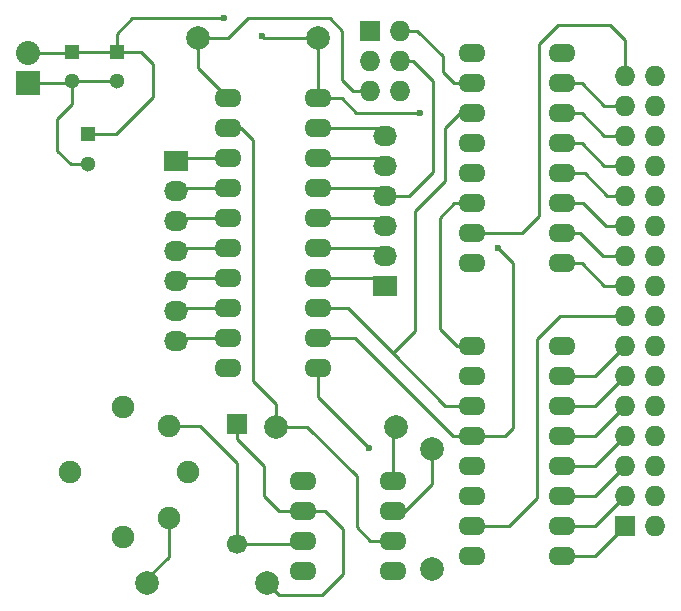
<source format=gtl>
G04 #@! TF.FileFunction,Copper,L1,Top,Signal*
%FSLAX46Y46*%
G04 Gerber Fmt 4.6, Leading zero omitted, Abs format (unit mm)*
G04 Created by KiCad (PCBNEW 4.0.1-stable) date Monday, January 11, 2016 'pmt' 06:27:43 pm*
%MOMM*%
G01*
G04 APERTURE LIST*
%ADD10C,0.100000*%
%ADD11R,1.300000X1.300000*%
%ADD12C,1.300000*%
%ADD13C,1.699260*%
%ADD14R,1.699260X1.699260*%
%ADD15O,2.300000X1.600000*%
%ADD16C,1.900000*%
%ADD17R,1.727200X1.727200*%
%ADD18O,1.727200X1.727200*%
%ADD19R,2.032000X1.727200*%
%ADD20O,2.032000X1.727200*%
%ADD21R,2.032000X2.032000*%
%ADD22O,2.032000X2.032000*%
%ADD23C,1.998980*%
%ADD24C,0.600000*%
%ADD25C,0.250000*%
G04 APERTURE END LIST*
D10*
D11*
X36322000Y-36068000D03*
D12*
X36322000Y-38568000D03*
D11*
X32512000Y-36068000D03*
D12*
X32512000Y-38568000D03*
D13*
X46484540Y-77724520D03*
D14*
X46484540Y-67564520D03*
D15*
X45720000Y-40005000D03*
X45720000Y-42545000D03*
X45720000Y-45085000D03*
X45720000Y-47625000D03*
X45720000Y-50165000D03*
X45720000Y-52705000D03*
X45720000Y-55245000D03*
X45720000Y-57785000D03*
X45720000Y-60325000D03*
X45720000Y-62865000D03*
X53340000Y-62865000D03*
X53340000Y-60325000D03*
X53340000Y-57785000D03*
X53340000Y-55245000D03*
X53340000Y-52705000D03*
X53340000Y-50165000D03*
X53340000Y-47625000D03*
X53340000Y-45085000D03*
X53340000Y-42545000D03*
X53340000Y-40005000D03*
D16*
X42330000Y-71628000D03*
X40719087Y-67738913D03*
X40719087Y-75517087D03*
X36830000Y-66128000D03*
X32330000Y-71628000D03*
X36830000Y-77128000D03*
D17*
X57785000Y-34290000D03*
D18*
X60325000Y-34290000D03*
X57785000Y-36830000D03*
X60325000Y-36830000D03*
X57785000Y-39370000D03*
X60325000Y-39370000D03*
D19*
X41338500Y-45275500D03*
D20*
X41338500Y-47815500D03*
X41338500Y-50355500D03*
X41338500Y-52895500D03*
X41338500Y-55435500D03*
X41338500Y-57975500D03*
X41338500Y-60515500D03*
D19*
X59055000Y-55880000D03*
D20*
X59055000Y-53340000D03*
X59055000Y-50800000D03*
X59055000Y-48260000D03*
X59055000Y-45720000D03*
X59055000Y-43180000D03*
D21*
X28829000Y-38735000D03*
D22*
X28829000Y-36195000D03*
D17*
X79375000Y-76200000D03*
D18*
X81915000Y-76200000D03*
X79375000Y-73660000D03*
X81915000Y-73660000D03*
X79375000Y-71120000D03*
X81915000Y-71120000D03*
X79375000Y-68580000D03*
X81915000Y-68580000D03*
X79375000Y-66040000D03*
X81915000Y-66040000D03*
X79375000Y-63500000D03*
X81915000Y-63500000D03*
X79375000Y-60960000D03*
X81915000Y-60960000D03*
X79375000Y-58420000D03*
X81915000Y-58420000D03*
X79375000Y-55880000D03*
X81915000Y-55880000D03*
X79375000Y-53340000D03*
X81915000Y-53340000D03*
X79375000Y-50800000D03*
X81915000Y-50800000D03*
X79375000Y-48260000D03*
X81915000Y-48260000D03*
X79375000Y-45720000D03*
X81915000Y-45720000D03*
X79375000Y-43180000D03*
X81915000Y-43180000D03*
X79375000Y-40640000D03*
X81915000Y-40640000D03*
X79375000Y-38100000D03*
X81915000Y-38100000D03*
D23*
X53340000Y-34925000D03*
X43180000Y-34925000D03*
X49022000Y-81026000D03*
X38862000Y-81026000D03*
X62992000Y-69659500D03*
X62992000Y-79819500D03*
X59944000Y-67818000D03*
X49784000Y-67818000D03*
D15*
X52070000Y-72390000D03*
X52070000Y-74930000D03*
X52070000Y-77470000D03*
X52070000Y-80010000D03*
X59690000Y-80010000D03*
X59690000Y-77470000D03*
X59690000Y-74930000D03*
X59690000Y-72390000D03*
X74041000Y-78740000D03*
X74041000Y-76200000D03*
X74041000Y-73660000D03*
X74041000Y-71120000D03*
X74041000Y-68580000D03*
X74041000Y-66040000D03*
X74041000Y-63500000D03*
X74041000Y-60960000D03*
X66421000Y-60960000D03*
X66421000Y-63500000D03*
X66421000Y-66040000D03*
X66421000Y-68580000D03*
X66421000Y-71120000D03*
X66421000Y-73660000D03*
X66421000Y-76200000D03*
X66421000Y-78740000D03*
X74041000Y-53975000D03*
X74041000Y-51435000D03*
X74041000Y-48895000D03*
X74041000Y-46355000D03*
X74041000Y-43815000D03*
X74041000Y-41275000D03*
X74041000Y-38735000D03*
X74041000Y-36195000D03*
X66421000Y-36195000D03*
X66421000Y-38735000D03*
X66421000Y-41275000D03*
X66421000Y-43815000D03*
X66421000Y-46355000D03*
X66421000Y-48895000D03*
X66421000Y-51435000D03*
X66421000Y-53975000D03*
D11*
X33909000Y-43053000D03*
D12*
X33909000Y-45553000D03*
D24*
X61976000Y-41211500D03*
X48641000Y-34734500D03*
X45402500Y-33210500D03*
X57658000Y-69596000D03*
X68580000Y-52705000D03*
D25*
X53340000Y-40005000D02*
X55372000Y-40005000D01*
X56578500Y-41211500D02*
X61976000Y-41211500D01*
X55372000Y-40005000D02*
X56578500Y-41211500D01*
X36322000Y-36068000D02*
X36322000Y-34544000D01*
X48831500Y-34925000D02*
X53340000Y-34925000D01*
X48641000Y-34734500D02*
X48831500Y-34925000D01*
X37655500Y-33210500D02*
X45402500Y-33210500D01*
X36322000Y-34544000D02*
X37655500Y-33210500D01*
X60325000Y-34290000D02*
X61785500Y-34290000D01*
X64897000Y-38735000D02*
X66421000Y-38735000D01*
X63944500Y-37782500D02*
X64897000Y-38735000D01*
X63944500Y-36449000D02*
X63944500Y-37782500D01*
X61785500Y-34290000D02*
X63944500Y-36449000D01*
X33909000Y-43053000D02*
X36258500Y-43053000D01*
X38417500Y-36068000D02*
X36322000Y-36068000D01*
X39433500Y-37084000D02*
X38417500Y-36068000D01*
X39433500Y-39878000D02*
X39433500Y-37084000D01*
X36258500Y-43053000D02*
X39433500Y-39878000D01*
X32512000Y-36068000D02*
X36322000Y-36068000D01*
X28829000Y-36195000D02*
X32385000Y-36195000D01*
X32385000Y-36195000D02*
X32512000Y-36068000D01*
X53340000Y-34925000D02*
X53340000Y-40005000D01*
X59690000Y-72390000D02*
X59690000Y-68072000D01*
X59690000Y-68072000D02*
X59944000Y-67818000D01*
X32512000Y-38568000D02*
X32512000Y-40513000D01*
X32408500Y-45553000D02*
X33909000Y-45553000D01*
X31305500Y-44450000D02*
X32408500Y-45553000D01*
X31305500Y-41719500D02*
X31305500Y-44450000D01*
X32512000Y-40513000D02*
X31305500Y-41719500D01*
X32512000Y-38568000D02*
X36322000Y-38568000D01*
X28829000Y-38735000D02*
X32345000Y-38735000D01*
X32345000Y-38735000D02*
X32512000Y-38568000D01*
X46484540Y-77724520D02*
X51815480Y-77724520D01*
X51815480Y-77724520D02*
X52070000Y-77470000D01*
X46484540Y-70868540D02*
X46484540Y-77724520D01*
X40719087Y-67738913D02*
X43354913Y-67738913D01*
X43354913Y-67738913D02*
X46484540Y-70868540D01*
X46484540Y-67564520D02*
X46484540Y-68836540D01*
X50038000Y-74930000D02*
X52070000Y-74930000D01*
X48768000Y-73660000D02*
X50038000Y-74930000D01*
X48768000Y-71120000D02*
X48768000Y-73660000D01*
X46484540Y-68836540D02*
X48768000Y-71120000D01*
X49022000Y-81026000D02*
X50038000Y-82042000D01*
X53975000Y-74930000D02*
X52070000Y-74930000D01*
X55499000Y-76454000D02*
X53975000Y-74930000D01*
X55499000Y-80264000D02*
X55499000Y-76454000D01*
X53721000Y-82042000D02*
X55499000Y-80264000D01*
X50038000Y-82042000D02*
X53721000Y-82042000D01*
X43180000Y-34925000D02*
X45720000Y-34925000D01*
X56324500Y-39370000D02*
X57785000Y-39370000D01*
X55435500Y-38481000D02*
X56324500Y-39370000D01*
X55435500Y-34290000D02*
X55435500Y-38481000D01*
X54356000Y-33210500D02*
X55435500Y-34290000D01*
X47434500Y-33210500D02*
X54356000Y-33210500D01*
X45720000Y-34925000D02*
X47434500Y-33210500D01*
X43180000Y-34925000D02*
X43180000Y-37465000D01*
X43180000Y-37465000D02*
X45720000Y-40005000D01*
X45720000Y-42545000D02*
X46863000Y-42545000D01*
X46863000Y-42545000D02*
X47879000Y-43561000D01*
X47879000Y-43561000D02*
X47879000Y-63944500D01*
X47879000Y-63944500D02*
X49784000Y-65849500D01*
X49784000Y-65849500D02*
X49784000Y-67818000D01*
X49784000Y-67818000D02*
X52451000Y-67818000D01*
X57785000Y-77470000D02*
X59690000Y-77470000D01*
X56642000Y-76327000D02*
X57785000Y-77470000D01*
X56642000Y-72009000D02*
X56642000Y-76327000D01*
X52451000Y-67818000D02*
X56642000Y-72009000D01*
X45720000Y-45085000D02*
X41529000Y-45085000D01*
X41529000Y-45085000D02*
X41338500Y-45275500D01*
X45720000Y-47625000D02*
X41529000Y-47625000D01*
X41529000Y-47625000D02*
X41338500Y-47815500D01*
X45720000Y-50165000D02*
X41529000Y-50165000D01*
X41529000Y-50165000D02*
X41338500Y-50355500D01*
X45720000Y-52705000D02*
X41529000Y-52705000D01*
X41529000Y-52705000D02*
X41338500Y-52895500D01*
X45720000Y-55245000D02*
X41529000Y-55245000D01*
X41529000Y-55245000D02*
X41338500Y-55435500D01*
X45720000Y-57785000D02*
X41529000Y-57785000D01*
X41529000Y-57785000D02*
X41338500Y-57975500D01*
X45720000Y-60325000D02*
X41529000Y-60325000D01*
X41529000Y-60325000D02*
X41338500Y-60515500D01*
X53340000Y-62865000D02*
X53340000Y-65278000D01*
X53340000Y-65278000D02*
X57658000Y-69596000D01*
X66421000Y-68580000D02*
X69215000Y-68580000D01*
X69850000Y-53975000D02*
X68580000Y-52705000D01*
X69850000Y-67945000D02*
X69850000Y-53975000D01*
X69215000Y-68580000D02*
X69850000Y-67945000D01*
X53340000Y-60325000D02*
X56515000Y-60325000D01*
X64770000Y-68580000D02*
X66421000Y-68580000D01*
X56515000Y-60325000D02*
X64770000Y-68580000D01*
X59690000Y-61595000D02*
X61595000Y-59690000D01*
X64135000Y-42545000D02*
X65405000Y-41275000D01*
X64135000Y-46990000D02*
X64135000Y-42545000D01*
X61595000Y-49530000D02*
X64135000Y-46990000D01*
X61595000Y-59690000D02*
X61595000Y-49530000D01*
X65405000Y-41275000D02*
X66421000Y-41275000D01*
X53340000Y-57785000D02*
X55880000Y-57785000D01*
X64135000Y-66040000D02*
X66421000Y-66040000D01*
X55880000Y-57785000D02*
X59690000Y-61595000D01*
X59690000Y-61595000D02*
X64135000Y-66040000D01*
X53340000Y-55245000D02*
X58420000Y-55245000D01*
X58420000Y-55245000D02*
X59055000Y-55880000D01*
X53340000Y-52705000D02*
X58420000Y-52705000D01*
X58420000Y-52705000D02*
X59055000Y-53340000D01*
X53340000Y-50165000D02*
X58420000Y-50165000D01*
X58420000Y-50165000D02*
X59055000Y-50800000D01*
X59055000Y-48260000D02*
X61087000Y-48260000D01*
X61404500Y-36830000D02*
X60325000Y-36830000D01*
X63119000Y-38544500D02*
X61404500Y-36830000D01*
X63119000Y-46228000D02*
X63119000Y-38544500D01*
X61087000Y-48260000D02*
X63119000Y-46228000D01*
X53340000Y-47625000D02*
X58420000Y-47625000D01*
X58420000Y-47625000D02*
X59055000Y-48260000D01*
X53340000Y-45085000D02*
X58420000Y-45085000D01*
X58420000Y-45085000D02*
X59055000Y-45720000D01*
X53340000Y-42545000D02*
X58420000Y-42545000D01*
X58420000Y-42545000D02*
X59055000Y-43180000D01*
X38862000Y-81026000D02*
X38862000Y-80645000D01*
X38862000Y-80645000D02*
X40719087Y-78787913D01*
X40719087Y-78787913D02*
X40719087Y-75517087D01*
X74041000Y-78740000D02*
X76835000Y-78740000D01*
X76835000Y-78740000D02*
X79375000Y-76200000D01*
X74041000Y-76200000D02*
X76835000Y-76200000D01*
X76835000Y-76200000D02*
X79375000Y-73660000D01*
X74041000Y-73660000D02*
X76835000Y-73660000D01*
X76835000Y-73660000D02*
X79375000Y-71120000D01*
X74041000Y-71120000D02*
X76835000Y-71120000D01*
X76835000Y-71120000D02*
X79375000Y-68580000D01*
X74041000Y-68580000D02*
X76835000Y-68580000D01*
X76835000Y-68580000D02*
X79375000Y-66040000D01*
X74041000Y-66040000D02*
X76835000Y-66040000D01*
X76835000Y-66040000D02*
X79375000Y-63500000D01*
X74041000Y-63500000D02*
X76835000Y-63500000D01*
X76835000Y-63500000D02*
X79375000Y-60960000D01*
X66421000Y-76200000D02*
X69532500Y-76200000D01*
X73850500Y-58420000D02*
X79375000Y-58420000D01*
X71882000Y-60388500D02*
X73850500Y-58420000D01*
X71882000Y-73850500D02*
X71882000Y-60388500D01*
X69532500Y-76200000D02*
X71882000Y-73850500D01*
X74041000Y-53975000D02*
X75692000Y-53975000D01*
X77597000Y-55880000D02*
X79375000Y-55880000D01*
X75692000Y-53975000D02*
X77597000Y-55880000D01*
X74041000Y-51435000D02*
X75565000Y-51435000D01*
X77470000Y-53340000D02*
X79375000Y-53340000D01*
X75565000Y-51435000D02*
X77470000Y-53340000D01*
X74041000Y-48895000D02*
X75819000Y-48895000D01*
X77724000Y-50800000D02*
X79375000Y-50800000D01*
X75819000Y-48895000D02*
X77724000Y-50800000D01*
X74041000Y-46355000D02*
X75946000Y-46355000D01*
X77851000Y-48260000D02*
X79375000Y-48260000D01*
X75946000Y-46355000D02*
X77851000Y-48260000D01*
X74041000Y-43815000D02*
X75692000Y-43815000D01*
X77597000Y-45720000D02*
X79375000Y-45720000D01*
X75692000Y-43815000D02*
X77597000Y-45720000D01*
X74041000Y-41275000D02*
X75692000Y-41275000D01*
X77597000Y-43180000D02*
X79375000Y-43180000D01*
X75692000Y-41275000D02*
X77597000Y-43180000D01*
X74041000Y-38735000D02*
X75692000Y-38735000D01*
X77597000Y-40640000D02*
X79375000Y-40640000D01*
X75692000Y-38735000D02*
X77597000Y-40640000D01*
X66421000Y-51435000D02*
X70612000Y-51435000D01*
X79375000Y-35052000D02*
X79375000Y-38100000D01*
X78105000Y-33782000D02*
X79375000Y-35052000D01*
X73660000Y-33782000D02*
X78105000Y-33782000D01*
X72072500Y-35369500D02*
X73660000Y-33782000D01*
X72072500Y-49974500D02*
X72072500Y-35369500D01*
X70612000Y-51435000D02*
X72072500Y-49974500D01*
X59690000Y-74930000D02*
X60706000Y-74930000D01*
X60706000Y-74930000D02*
X62992000Y-72644000D01*
X62992000Y-72644000D02*
X62992000Y-69659500D01*
X66421000Y-60960000D02*
X65151000Y-60960000D01*
X64897000Y-48895000D02*
X66421000Y-48895000D01*
X63690500Y-50101500D02*
X64897000Y-48895000D01*
X63690500Y-59499500D02*
X63690500Y-50101500D01*
X65151000Y-60960000D02*
X63690500Y-59499500D01*
M02*

</source>
